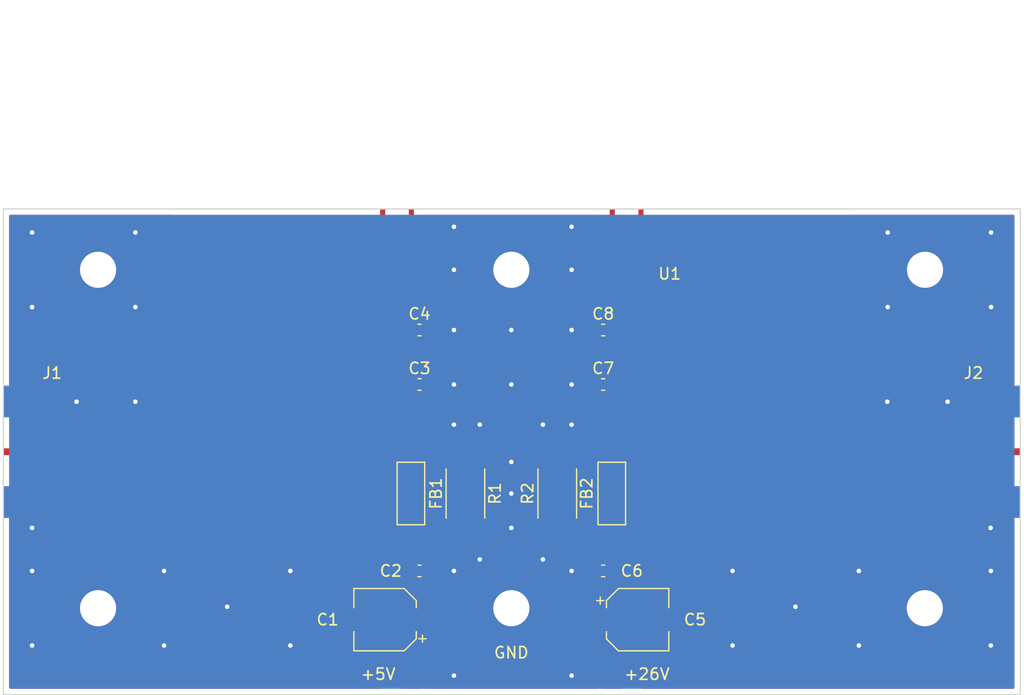
<source format=kicad_pcb>
(kicad_pcb (version 20201220) (generator pcbnew)
  (layers (0 "F.Cu" signal) (1 "In1.Cu" signal) (2 "In2.Cu" signal) (31 "B.Cu" signal) (34 "B.Paste" user) (35 "F.Paste" user) (36 "B.SilkS" user "B.Silkscreen") (37 "F.SilkS" user "F.Silkscreen") (38 "B.Mask" user) (39 "F.Mask" user) (44 "Edge.Cuts" user))
  (net 0 "")
  (net 1 "+5V")
  (net 2 "GND")
  (net 3 "Net-(C3-Pad1)")
  (net 4 "+24V")
  (net 5 "Net-(C7-Pad2)")
  (net 6 "Net-(J1-Pad1)")
  (net 7 "Net-(J2-Pad1)")
  (footprint "Capacitor_SMD:CP_Elec_5x5.4" (layer "F.Cu") (at 133.7818 163.3728 180)
    (fp_text reference "C1" (at 5.08 0) (layer "F.SilkS"))
    (fp_text value "10uF")
    (fp_line (start -3.625 -1.685) (end -3 -1.685) (layer "F.SilkS") (width 0.12))
    (fp_line (start -2.76 -1.695563) (end -2.76 -1.06) (layer "F.SilkS") (width 0.12))
    (fp_line (start -1.695563 -2.76) (end 2.76 -2.76) (layer "F.SilkS") (width 0.12))
    (fp_line (start -3.3125 -1.9975) (end -3.3125 -1.3725) (layer "F.SilkS") (width 0.12))
    (fp_line (start -2.76 -1.695563) (end -1.695563 -2.76) (layer "F.SilkS") (width 0.12))
    (fp_line (start 2.76 -2.76) (end 2.76 -1.06) (layer "F.SilkS") (width 0.12))
    (fp_line (start -2.76 1.695563) (end -2.76 1.06) (layer "F.SilkS") (width 0.12))
    (fp_line (start -2.76 1.695563) (end -1.695563 2.76) (layer "F.SilkS") (width 0.12))
    (fp_line (start -1.695563 2.76) (end 2.76 2.76) (layer "F.SilkS") (width 0.12))
    (fp_line (start 2.76 2.76) (end 2.76 1.06) (layer "F.SilkS") (width 0.12))
    (pad "1" smd roundrect (at -2.2 0 180) (size 3 1.6) (layers "F.Cu" "F.Paste" "F.Mask") (roundrect_rratio 0.15625) (net 1 "+5V"))
    (pad "2" smd roundrect (at 2.2 0 180) (size 3 1.6) (layers "F.Cu" "F.Paste" "F.Mask") (roundrect_rratio 0.15625) (net 2 "GND"))
  )
  (footprint "Capacitor_SMD:C_0603_1608Metric" (layer "F.Cu") (at 136.8298 159.0548)
    (fp_text reference "C2" (at -2.54 0) (layer "F.SilkS"))
    (fp_text value "10nF")
    (fp_line (start -0.14058 -0.51) (end 0.14058 -0.51) (layer "F.SilkS") (width 0.12))
    (fp_line (start -0.14058 0.51) (end 0.14058 0.51) (layer "F.SilkS") (width 0.12))
    (pad "1" smd roundrect (at -0.775 0) (size 0.9 0.95) (layers "F.Cu" "F.Paste" "F.Mask") (net 1 "+5V"))
    (pad "2" smd roundrect (at 0.775 0) (size 0.9 0.95) (layers "F.Cu" "F.Paste" "F.Mask") (net 2 "GND"))
  )
  (footprint "Capacitor_SMD:C_0603_1608Metric" (layer "F.Cu") (at 136.8298 142.5448)
    (fp_text reference "C3" (at 0 -1.43) (layer "F.SilkS"))
    (fp_text value "100pF")
    (fp_line (start -0.14058 -0.51) (end 0.14058 -0.51) (layer "F.SilkS") (width 0.12))
    (fp_line (start -0.14058 0.51) (end 0.14058 0.51) (layer "F.SilkS") (width 0.12))
    (pad "1" smd roundrect (at -0.775 0) (size 0.9 0.95) (layers "F.Cu" "F.Paste" "F.Mask") (net 3 "Net-(C3-Pad1)"))
    (pad "2" smd roundrect (at 0.775 0) (size 0.9 0.95) (layers "F.Cu" "F.Paste" "F.Mask") (net 2 "GND"))
  )
  (footprint "Capacitor_SMD:C_0603_1608Metric" (layer "F.Cu") (at 136.8298 137.7188)
    (fp_text reference "C4" (at 0 -1.43) (layer "F.SilkS"))
    (fp_text value "10pF")
    (fp_line (start -0.14058 0.51) (end 0.14058 0.51) (layer "F.SilkS") (width 0.12))
    (fp_line (start -0.14058 -0.51) (end 0.14058 -0.51) (layer "F.SilkS") (width 0.12))
    (pad "1" smd roundrect (at -0.775 0) (size 0.9 0.95) (layers "F.Cu" "F.Paste" "F.Mask") (net 3 "Net-(C3-Pad1)"))
    (pad "2" smd roundrect (at 0.775 0) (size 0.9 0.95) (layers "F.Cu" "F.Paste" "F.Mask") (net 2 "GND"))
  )
  (footprint "Capacitor_SMD:CP_Elec_5x5.4" (layer "F.Cu") (at 156.1338 163.3728)
    (fp_text reference "C5" (at 5.08 0 180) (layer "F.SilkS"))
    (fp_text value "10uF")
    (fp_line (start -2.76 1.695563) (end -2.76 1.06) (layer "F.SilkS") (width 0.12))
    (fp_line (start -1.695563 2.76) (end 2.76 2.76) (layer "F.SilkS") (width 0.12))
    (fp_line (start -1.695563 -2.76) (end 2.76 -2.76) (layer "F.SilkS") (width 0.12))
    (fp_line (start 2.76 -2.76) (end 2.76 -1.06) (layer "F.SilkS") (width 0.12))
    (fp_line (start -3.625 -1.685) (end -3 -1.685) (layer "F.SilkS") (width 0.12))
    (fp_line (start 2.76 2.76) (end 2.76 1.06) (layer "F.SilkS") (width 0.12))
    (fp_line (start -2.76 -1.695563) (end -2.76 -1.06) (layer "F.SilkS") (width 0.12))
    (fp_line (start -2.76 -1.695563) (end -1.695563 -2.76) (layer "F.SilkS") (width 0.12))
    (fp_line (start -2.76 1.695563) (end -1.695563 2.76) (layer "F.SilkS") (width 0.12))
    (fp_line (start -3.3125 -1.9975) (end -3.3125 -1.3725) (layer "F.SilkS") (width 0.12))
    (pad "1" smd roundrect (at -2.2 0) (size 3 1.6) (layers "F.Cu" "F.Paste" "F.Mask") (roundrect_rratio 0.15625) (net 4 "+24V"))
    (pad "2" smd roundrect (at 2.2 0) (size 3 1.6) (layers "F.Cu" "F.Paste" "F.Mask") (roundrect_rratio 0.15625) (net 2 "GND"))
  )
  (footprint "Capacitor_SMD:C_0603_1608Metric" (layer "F.Cu") (at 153.0858 159.0548)
    (fp_text reference "C6" (at 2.54 0) (layer "F.SilkS"))
    (fp_text value "10nF")
    (fp_line (start -0.14058 0.51) (end 0.14058 0.51) (layer "F.SilkS") (width 0.12))
    (fp_line (start -0.14058 -0.51) (end 0.14058 -0.51) (layer "F.SilkS") (width 0.12))
    (pad "1" smd roundrect (at -0.775 0) (size 0.9 0.95) (layers "F.Cu" "F.Paste" "F.Mask") (net 2 "GND"))
    (pad "2" smd roundrect (at 0.775 0) (size 0.9 0.95) (layers "F.Cu" "F.Paste" "F.Mask") (net 4 "+24V"))
  )
  (footprint "Capacitor_SMD:C_0603_1608Metric" (layer "F.Cu") (at 153.0858 142.5448)
    (fp_text reference "C7" (at 0 -1.43) (layer "F.SilkS"))
    (fp_text value "100pF")
    (fp_line (start -0.14058 0.51) (end 0.14058 0.51) (layer "F.SilkS") (width 0.12))
    (fp_line (start -0.14058 -0.51) (end 0.14058 -0.51) (layer "F.SilkS") (width 0.12))
    (pad "1" smd roundrect (at -0.775 0) (size 0.9 0.95) (layers "F.Cu" "F.Paste" "F.Mask") (net 2 "GND"))
    (pad "2" smd roundrect (at 0.775 0) (size 0.9 0.95) (layers "F.Cu" "F.Paste" "F.Mask") (net 5 "Net-(C7-Pad2)"))
  )
  (footprint "Capacitor_SMD:C_0603_1608Metric" (layer "F.Cu") (at 153.0858 137.7188)
    (fp_text reference "C8" (at 0 -1.43) (layer "F.SilkS"))
    (fp_text value "10pF")
    (fp_line (start -0.14058 -0.51) (end 0.14058 -0.51) (layer "F.SilkS") (width 0.12))
    (fp_line (start -0.14058 0.51) (end 0.14058 0.51) (layer "F.SilkS") (width 0.12))
    (pad "1" smd roundrect (at -0.775 0) (size 0.9 0.95) (layers "F.Cu" "F.Paste" "F.Mask") (net 2 "GND"))
    (pad "2" smd roundrect (at 0.775 0) (size 0.9 0.95) (layers "F.Cu" "F.Paste" "F.Mask") (net 5 "Net-(C7-Pad2)"))
  )
  (footprint "Inductor_THT:L_Axial_L5.3mm_D2.2mm_P7.62mm_Horizontal_Vishay_IM-1" (layer "F.Cu") (at 136.0678 148.3868 -90)
    (fp_text reference "FB1" (at 3.81 -2.22 90) (layer "F.SilkS"))
    (fp_text value "FB")
    (fp_line (start 1.04 -1.22) (end 1.04 1.22) (layer "F.SilkS") (width 0.12))
    (fp_line (start 1.04 1.22) (end 6.58 1.22) (layer "F.SilkS") (width 0.12))
    (fp_line (start 6.58 1.22) (end 6.58 -1.22) (layer "F.SilkS") (width 0.12))
    (fp_line (start 6.58 -1.22) (end 1.04 -1.22) (layer "F.SilkS") (width 0.12))
    (pad "1" smd rect (at 0 0 270) (size 1.6 1.6) (layers "F.Cu" "F.Paste" "F.Mask") (net 3 "Net-(C3-Pad1)"))
    (pad "2" smd rect (at 7.62 0 270) (size 1.6 1.6) (layers "F.Cu" "F.Paste" "F.Mask") (net 1 "+5V"))
  )
  (footprint "Inductor_THT:L_Axial_L5.3mm_D2.2mm_P7.62mm_Horizontal_Vishay_IM-1" (layer "F.Cu") (at 153.8478 156.0068 90)
    (fp_text reference "FB2" (at 3.81 -2.22 90) (layer "F.SilkS"))
    (fp_text value "FB")
    (fp_line (start 6.58 1.22) (end 6.58 -1.22) (layer "F.SilkS") (width 0.12))
    (fp_line (start 1.04 -1.22) (end 1.04 1.22) (layer "F.SilkS") (width 0.12))
    (fp_line (start 6.58 -1.22) (end 1.04 -1.22) (layer "F.SilkS") (width 0.12))
    (fp_line (start 1.04 1.22) (end 6.58 1.22) (layer "F.SilkS") (width 0.12))
    (pad "1" smd rect (at 0 0 90) (size 1.6 1.6) (layers "F.Cu" "F.Paste" "F.Mask") (net 4 "+24V"))
    (pad "2" smd rect (at 7.62 0 90) (size 1.6 1.6) (layers "F.Cu" "F.Paste" "F.Mask") (net 5 "Net-(C7-Pad2)"))
  )
  (footprint "BGY2016 Amplifier:Wurth_WR-SMA_60312202114514" (layer "F.Cu") (at 100.0506 148.5 -90)
    (fp_text reference "J1" (at -6.9712 -4.2672 180) (layer "F.SilkS"))
    (fp_text value "Wurth SMA")
    (pad "1" smd rect (at 0 0 270) (size 0.61 1.97) (drill (offset 0 -0.985)) (layers "F.Cu" "F.Paste" "F.Mask") (net 6 "Net-(J1-Pad1)"))
    (pad "2" smd rect (at 4.45 0 270) (size 2.8 5) (drill (offset 0 -2.5)) (layers "B.Cu" "B.Paste" "B.Mask") (net 2 "GND"))
    (pad "2" smd rect (at -4.45 0 270) (size 2.8 5) (drill (offset 0 -2.5)) (layers "F.Cu" "F.Paste" "F.Mask") (net 2 "GND"))
    (pad "2" smd rect (at -4.45 0 270) (size 2.8 5) (drill (offset 0 -2.5)) (layers "B.Cu" "B.Paste" "B.Mask") (net 2 "GND"))
    (pad "2" smd rect (at 4.45 0 270) (size 2.8 5) (drill (offset 0 -2.5)) (layers "F.Cu" "F.Paste" "F.Mask") (net 2 "GND"))
  )
  (footprint "BGY2016 Amplifier:Wurth_WR-SMA_60312202114514" (layer "F.Cu") (at 190 148.5 90)
    (fp_text reference "J2" (at 6.9712 -4.1482 180) (layer "F.SilkS"))
    (fp_text value "Wurth SMA")
    (pad "1" smd rect (at 0 0 90) (size 0.61 1.97) (drill (offset 0 -0.985)) (layers "F.Cu" "F.Paste" "F.Mask") (net 7 "Net-(J2-Pad1)"))
    (pad "2" smd rect (at -4.45 0 90) (size 2.8 5) (drill (offset 0 -2.5)) (layers "B.Cu" "B.Paste" "B.Mask") (net 2 "GND"))
    (pad "2" smd rect (at 4.45 0 90) (size 2.8 5) (drill (offset 0 -2.5)) (layers "B.Cu" "B.Paste" "B.Mask") (net 2 "GND"))
    (pad "2" smd rect (at 4.45 0 90) (size 2.8 5) (drill (offset 0 -2.5)) (layers "F.Cu" "F.Paste" "F.Mask") (net 2 "GND"))
    (pad "2" smd rect (at -4.45 0 90) (size 2.8 5) (drill (offset 0 -2.5)) (layers "F.Cu" "F.Paste" "F.Mask") (net 2 "GND"))
  )
  (footprint "Resistor_SMD:R_2512_6332Metric" (layer "F.Cu") (at 140.8938 152.1968 -90)
    (fp_text reference "R1" (at 0 -2.62 90) (layer "F.SilkS"))
    (fp_text value "10R")
    (fp_line (start -2.177064 1.71) (end 2.177064 1.71) (layer "F.SilkS") (width 0.12))
    (fp_line (start -2.177064 -1.71) (end 2.177064 -1.71) (layer "F.SilkS") (width 0.12))
    (pad "1" smd roundrect (at -2.9625 0 270) (size 1.225 3.35) (layers "F.Cu" "F.Paste" "F.Mask") (roundrect_rratio 0.2040816326530612) (net 3 "Net-(C3-Pad1)"))
    (pad "2" smd roundrect (at 2.9625 0 270) (size 1.225 3.35) (layers "F.Cu" "F.Paste" "F.Mask") (roundrect_rratio 0.2040816326530612) (net 1 "+5V"))
  )
  (footprint "Resistor_SMD:R_2512_6332Metric" (layer "F.Cu") (at 149.0218 152.1968 90)
    (fp_text reference "R2" (at 0 -2.62 90) (layer "F.SilkS"))
    (fp_text value "10R")
    (fp_line (start -2.177064 1.71) (end 2.177064 1.71) (layer "F.SilkS") (width 0.12))
    (fp_line (start -2.177064 -1.71) (end 2.177064 -1.71) (layer "F.SilkS") (width 0.12))
    (pad "1" smd roundrect (at -2.9625 0 90) (size 1.225 3.35) (layers "F.Cu" "F.Paste" "F.Mask") (roundrect_rratio 0.2040816326530612) (net 4 "+24V"))
    (pad "2" smd roundrect (at 2.9625 0 90) (size 1.225 3.35) (layers "F.Cu" "F.Paste" "F.Mask") (roundrect_rratio 0.2040816326530612) (net 5 "Net-(C7-Pad2)"))
  )
  (footprint "BGY2016 Amplifier:BGY2016" (layer "F.Cu") (at 145 130.2)
    (fp_text reference "U1" (at 13.97 2.54) (layer "F.SilkS"))
    (fp_text value "BGY2016")
    (pad "1" smd rect (at -11.43 0) (size 0.45 6.5) (layers "F.Cu" "F.Paste" "F.Mask") (net 6 "Net-(J1-Pad1)"))
    (pad "2" smd rect (at -8.89 0) (size 0.45 6.5) (layers "F.Cu" "F.Paste" "F.Mask") (net 3 "Net-(C3-Pad1)"))
    (pad "3" smd rect (at 8.89 0) (size 0.45 6.5) (layers "F.Cu" "F.Paste" "F.Mask") (net 5 "Net-(C7-Pad2)"))
    (pad "4" smd rect (at 11.43 0) (size 0.45 6.5) (layers "F.Cu" "F.Paste" "F.Mask") (net 7 "Net-(J2-Pad1)"))
  )
  (gr_line (start 100 170) (end 100 127) (layer "Edge.Cuts") (width 0.1))
  (gr_line (start 100 127) (end 190 127) (layer "Edge.Cuts") (width 0.1))
  (gr_line (start 100 170) (end 190 170) (layer "Edge.Cuts") (width 0.1))
  (gr_line (start 190 127) (end 190 170) (layer "Edge.Cuts") (width 0.1))
  (gr_text "GND" (at 144.9578 166.2938) (layer "F.SilkS") (effects (font (size 1 1))))
  (gr_text "+5V" (at 134.7978 168.1988) (layer "F.SilkS") (effects (font (size 1 1)) (justify right)))
  (gr_text "+26V" (at 154.8638 168.1988) (layer "F.SilkS") (effects (font (size 1 1)) (justify left)))
  (via (at 178.268881 129.0828) (size 0.8) (drill 0.4) (layers "F.Cu" "B.Cu") (net 2))
  (via (at 178.2318 144.0688) (size 0.8) (drill 0.4) (layers "F.Cu" "B.Cu") (net 2))
  (via (at 139.8778 128.5748) (size 0.8) (drill 0.4) (layers "F.Cu" "B.Cu") (net 2))
  (via (at 150.2918 132.3848) (size 0.8) (drill 0.4) (layers "F.Cu" "B.Cu") (net 2))
  (via (at 187.395004 159.0548) (size 0.8) (drill 0.4) (layers "F.Cu" "B.Cu") (net 2))
  (via (at 144.9578 162.3568) (size 5.8) (drill 3.2) (layers "F.Cu" "B.Cu") (net 2))
  (via (at 139.8778 132.3848) (size 0.8) (drill 0.4) (layers "F.Cu" "B.Cu") (net 2))
  (via (at 139.8778 142.5448) (size 0.8) (drill 0.4) (layers "F.Cu" "B.Cu") (net 2))
  (via (at 164.535004 165.6588) (size 0.8) (drill 0.4) (layers "F.Cu" "B.Cu") (net 2))
  (via (at 170.1038 162.2298) (size 0.8) (drill 0.4) (layers "F.Cu" "B.Cu") (net 2))
  (via (at 164.535004 159.0548) (size 0.8) (drill 0.4) (layers "F.Cu" "B.Cu") (net 2))
  (via (at 102.5398 165.6588) (size 0.8) (drill 0.4) (layers "F.Cu" "B.Cu") (net 2))
  (via (at 181.553004 162.3568) (size 5.8) (drill 3.2) (layers "F.Cu" "B.Cu") (net 2))
  (via (at 144.9578 149.4028) (size 0.8) (drill 0.4) (layers "F.Cu" "B.Cu") (net 2))
  (via (at 150.2918 142.5448) (size 0.8) (drill 0.4) (layers "F.Cu" "B.Cu") (net 2))
  (via (at 150.2918 159.0548) (size 0.8) (drill 0.4) (layers "F.Cu" "B.Cu") (net 2))
  (via (at 139.8778 137.7188) (size 0.8) (drill 0.4) (layers "F.Cu" "B.Cu") (net 2))
  (via (at 142.1638 146.1008) (size 0.8) (drill 0.4) (layers "F.Cu" "B.Cu") (net 2))
  (via (at 150.2918 168.3258) (size 0.8) (drill 0.4) (layers "F.Cu" "B.Cu") (net 2))
  (via (at 147.7518 158.0388) (size 0.8) (drill 0.4) (layers "F.Cu" "B.Cu") (net 2))
  (via (at 178.268881 135.6868) (size 0.8) (drill 0.4) (layers "F.Cu" "B.Cu") (net 2))
  (via (at 150.2918 128.5748) (size 0.8) (drill 0.4) (layers "F.Cu" "B.Cu") (net 2))
  (via (at 181.570881 132.3848) (size 5.8) (drill 3.2) (layers "F.Cu" "B.Cu") (net 2))
  (via (at 187.412881 129.0828) (size 0.8) (drill 0.4) (layers "F.Cu" "B.Cu") (net 2))
  (via (at 108.3818 132.3848) (size 5.8) (drill 3.2) (layers "F.Cu" "B.Cu") (net 2))
  (via (at 111.6838 144.0688) (size 0.8) (drill 0.4) (layers "F.Cu" "B.Cu") (net 2))
  (via (at 114.2238 165.6588) (size 0.8) (drill 0.4) (layers "F.Cu" "B.Cu") (net 2))
  (via (at 119.8118 162.2298) (size 0.8) (drill 0.4) (layers "F.Cu" "B.Cu") (net 2))
  (via (at 183.5658 144.0688) (size 0.8) (drill 0.4) (layers "F.Cu" "B.Cu") (net 2))
  (via (at 144.9578 132.3848) (size 5.8) (drill 3.2) (layers "F.Cu" "B.Cu") (net 2))
  (via (at 142.1638 158.0388) (size 0.8) (drill 0.4) (layers "F.Cu" "B.Cu") (net 2))
  (via (at 106.4768 144.0688) (size 0.8) (drill 0.4) (layers "F.Cu" "B.Cu") (net 2))
  (via (at 147.7518 146.1008) (size 0.8) (drill 0.4) (layers "F.Cu" "B.Cu") (net 2))
  (via (at 102.5398 159.0548) (size 0.8) (drill 0.4) (layers "F.Cu" "B.Cu") (net 2))
  (via (at 102.5398 135.6868) (size 0.8) (drill 0.4) (layers "F.Cu" "B.Cu") (net 2))
  (via (at 150.2918 137.7188) (size 0.8) (drill 0.4) (layers "F.Cu" "B.Cu") (net 2))
  (via (at 175.711004 159.0548) (size 0.8) (drill 0.4) (layers "F.Cu" "B.Cu") (net 2))
  (via (at 144.9578 137.7188) (size 0.8) (drill 0.4) (layers "F.Cu" "B.Cu") (net 2))
  (via (at 114.2238 159.0548) (size 0.8) (drill 0.4) (layers "F.Cu" "B.Cu") (net 2))
  (via (at 102.5398 129.0828) (size 0.8) (drill 0.4) (layers "F.Cu" "B.Cu") (net 2))
  (via (at 187.395004 165.6588) (size 0.8) (drill 0.4) (layers "F.Cu" "B.Cu") (net 2))
  (via (at 139.8778 168.3258) (size 0.8) (drill 0.4) (layers "F.Cu" "B.Cu") (net 2))
  (via (at 150.2918 146.1008) (size 0.8) (drill 0.4) (layers "F.Cu" "B.Cu") (net 2))
  (via (at 102.5398 155.2448) (size 0.8) (drill 0.4) (layers "F.Cu" "B.Cu") (net 2))
  (via (at 125.3998 159.0548) (size 0.8) (drill 0.4) (layers "F.Cu" "B.Cu") (net 2))
  (via (at 144.9578 155.2448) (size 0.8) (drill 0.4) (layers "F.Cu" "B.Cu") (net 2))
  (via (at 175.711004 165.6588) (size 0.8) (drill 0.4) (layers "F.Cu" "B.Cu") (net 2))
  (via (at 125.3998 165.6588) (size 0.8) (drill 0.4) (layers "F.Cu" "B.Cu") (net 2))
  (via (at 144.9578 142.5448) (size 0.8) (drill 0.4) (layers "F.Cu" "B.Cu") (net 2))
  (via (at 144.9578 152.1968) (size 0.8) (drill 0.4) (layers "F.Cu" "B.Cu") (net 2))
  (via (at 108.3818 162.3568) (size 5.8) (drill 3.2) (layers "F.Cu" "B.Cu") (net 2))
  (via (at 111.6838 129.0828) (size 0.8) (drill 0.4) (layers "F.Cu" "B.Cu") (net 2))
  (via (at 139.8778 159.0548) (size 0.8) (drill 0.4) (layers "F.Cu" "B.Cu") (net 2))
  (via (at 139.8778 146.1008) (size 0.8) (drill 0.4) (layers "F.Cu" "B.Cu") (net 2))
  (via (at 111.6838 135.6868) (size 0.8) (drill 0.4) (layers "F.Cu" "B.Cu") (net 2))
  (via (at 187.3758 155.2448) (size 0.8) (drill 0.4) (layers "F.Cu" "B.Cu") (net 2))
  (via (at 187.412881 135.6868) (size 0.8) (drill 0.4) (layers "F.Cu" "B.Cu") (net 2))
  (segment (start 153.89 130.2) (end 153.8478 130.2422) (width 0.25) (layer "F.Cu") (net 5))
  (segment (start 133.57 130.2) (end 133.57 133.5) (width 0.353) (layer "F.Cu") (net 6))
  (segment (start 118.57 148.5) (end 102.0318 148.5) (width 0.353) (layer "F.Cu") (net 6))
  (arc (start 118.57 148.5) (mid 129.176602 144.106602) (end 133.57 133.5) (width 0.353) (layer "F.Cu") (net 6))
  (segment (start 171.3878 148.5138) (end 189 148.5138) (width 0.353) (layer "F.Cu") (net 7))
  (segment (start 156.3878 130.2422) (end 156.3878 133.5138) (width 0.353) (layer "F.Cu") (net 7))
  (segment (start 156.43 130.2) (end 156.3878 130.2422) (width 0.25) (layer "F.Cu") (net 7))
  (arc (start 156.3878 133.5138) (mid 160.781198 144.120402) (end 171.3878 148.5138) (width 0.353) (layer "F.Cu") (net 7))
  (zone (net 1) (net_name "+5V") (layer "F.Cu") (connect_pads yes (clearance 0.508)) (min_thickness 0.254) (fill yes (thermal_gap 0.508) (thermal_bridge_width 0.508))
    (polygon (pts (xy 142.6718 157.0228) (xy 136.5758 157.0228) (xy 136.5758 159.8168) (xy 137.0838 159.8168) (xy 137.0838 169.9768) (xy 135.0518 169.9768) (xy 135.0518 154.4828) (xy 142.6718 154.4828)))
  )
  (zone (net 2) (net_name "GND") (layer "F.Cu") (connect_pads yes (clearance 0.508)) (min_thickness 0.254) (fill yes (thermal_gap 0.508) (thermal_bridge_width 0.508))
    (polygon (pts (xy 115.1128 145.5928) (xy 99.9998 145.5928) (xy 99.9998 127.0508) (xy 115.1128 127.0508)))
  )
  (zone (net 4) (net_name "+24V") (layer "F.Cu") (connect_pads yes (clearance 0.508)) (min_thickness 0.254) (fill yes (thermal_gap 0.508) (thermal_bridge_width 0.508))
    (polygon (pts (xy 154.8638 169.9768) (xy 152.8318 169.9768) (xy 152.8318 159.8168) (xy 153.3398 159.8168) (xy 153.3398 157.0228) (xy 147.2438 157.0228) (xy 147.2438 154.4828) (xy 154.8638 154.4828)))
  )
  (zone (net 2) (net_name "GND") (layer "F.Cu") (connect_pads yes (clearance 0.508)) (min_thickness 0.254) (fill yes (thermal_gap 0.508) (thermal_bridge_width 0.508))
    (polygon (pts (xy 174.839881 145.5928) (xy 189.952881 145.5928) (xy 189.952881 127.0508) (xy 174.839881 127.0508)))
  )
  (zone (net 3) (net_name "Net-(C3-Pad1)") (layer "F.Cu") (connect_pads yes (clearance 0.508)) (min_thickness 0.254) (fill yes (thermal_gap 0.508) (thermal_bridge_width 0.508))
    (polygon (pts (xy 136.5758 147.1168) (xy 142.6718 147.1168) (xy 142.6718 149.9108) (xy 135.0518 149.9108) (xy 135.0518 147.1168) (xy 135.5598 147.1168) (xy 135.5598 127.5588) (xy 136.5758 127.5588)))
  )
  (zone (net 2) (net_name "GND") (layer "F.Cu") (connect_pads yes (clearance 0.508)) (min_thickness 0.254) (fill yes (thermal_gap 0.508) (thermal_bridge_width 0.508))
    (polygon (pts (xy 184.601004 157.2768) (xy 156.407004 157.2768) (xy 156.407004 169.9768) (xy 189.935004 169.9768) (xy 189.935004 151.4348) (xy 184.601004 151.4348)))
  )
  (zone (net 5) (net_name "Net-(C7-Pad2)") (layer "F.Cu") (connect_pads yes (clearance 0.508)) (min_thickness 0.254) (fill yes (thermal_gap 0.508) (thermal_bridge_width 0.508))
    (polygon (pts (xy 154.3558 147.1168) (xy 154.8638 147.1168) (xy 154.8638 149.9108) (xy 147.2438 149.9108) (xy 147.2438 147.1168) (xy 153.3398 147.1168) (xy 153.3398 136.9568) (xy 153.3398 127.3048) (xy 154.3558 127.3048)))
  )
  (zone (net 2) (net_name "GND") (layer "F.Cu") (connect_pads yes (clearance 0.508)) (min_thickness 0.254) (fill yes (thermal_gap 0.508) (thermal_bridge_width 0.508))
    (polygon (pts (xy 105.3338 157.2768) (xy 133.5278 157.2768) (xy 133.5278 169.9768) (xy 99.9998 169.9768) (xy 99.9998 151.4348) (xy 105.3338 151.4348)))
  )
  (zone (net 2) (net_name "GND") (layer "F.Cu") (connect_pads yes (clearance 0.508)) (min_thickness 0.254) (fill yes (thermal_gap 0.508) (thermal_bridge_width 0.508))
    (polygon (pts (xy 152.8318 146.9898) (xy 147.1168 146.9898) (xy 147.1168 157.1498) (xy 152.8318 157.1498) (xy 152.8318 159.6898) (xy 152.7048 159.6898) (xy 152.7048 169.9768) (xy 137.2108 169.9768) (xy 137.2108 159.8168) (xy 137.0838 159.8168) (xy 137.0838 157.1498) (xy 142.7988 157.1498) (xy 142.7988 146.9898) (xy 137.0838 146.9898) (xy 137.0203 126.9238) (xy 152.7683 126.9238)))
  )
  (zone (net 2) (net_name "GND") (layer "B.Cu") (connect_pads yes (clearance 0.508)) (min_thickness 0.254) (fill yes (thermal_gap 0.508) (thermal_bridge_width 0.508))
    (polygon (pts (xy 189.9158 169.9768) (xy 99.8728 169.9768) (xy 99.8728 127.0508) (xy 189.9158 127.0508)))
  )
)
</source>
